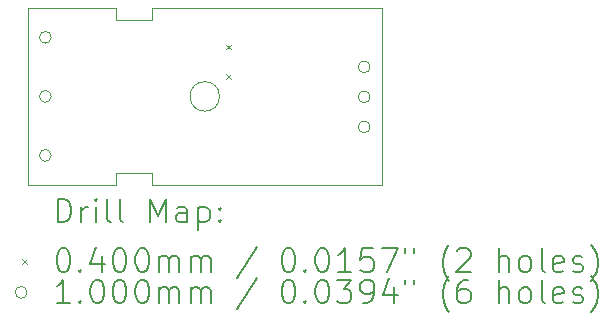
<source format=gbr>
%TF.GenerationSoftware,KiCad,Pcbnew,7.0.5*%
%TF.CreationDate,2024-03-05T22:02:39-06:00*%
%TF.ProjectId,GATE,47415445-2e6b-4696-9361-645f70636258,rev?*%
%TF.SameCoordinates,Original*%
%TF.FileFunction,Drillmap*%
%TF.FilePolarity,Positive*%
%FSLAX45Y45*%
G04 Gerber Fmt 4.5, Leading zero omitted, Abs format (unit mm)*
G04 Created by KiCad (PCBNEW 7.0.5) date 2024-03-05 22:02:39*
%MOMM*%
%LPD*%
G01*
G04 APERTURE LIST*
%ADD10C,0.100000*%
%ADD11C,0.200000*%
%ADD12C,0.040000*%
G04 APERTURE END LIST*
D10*
X14750000Y-8100000D02*
X15050000Y-8100000D01*
X15050000Y-8000000D01*
X17000000Y-8000000D01*
X17000000Y-9500000D01*
X15050000Y-9500000D01*
X15050000Y-9400000D01*
X14750000Y-9400000D01*
X14750000Y-9500000D01*
X14000000Y-9500000D01*
X14000000Y-8000000D01*
X14750000Y-8000000D01*
X14750000Y-8100000D01*
X15625000Y-8750000D02*
G75*
G03*
X15625000Y-8750000I-125000J0D01*
G01*
D11*
D12*
X15680000Y-8312000D02*
X15720000Y-8352000D01*
X15720000Y-8312000D02*
X15680000Y-8352000D01*
X15680000Y-8560000D02*
X15720000Y-8600000D01*
X15720000Y-8560000D02*
X15680000Y-8600000D01*
D10*
X14200000Y-8250000D02*
G75*
G03*
X14200000Y-8250000I-50000J0D01*
G01*
X14200000Y-8750000D02*
G75*
G03*
X14200000Y-8750000I-50000J0D01*
G01*
X14200000Y-9250000D02*
G75*
G03*
X14200000Y-9250000I-50000J0D01*
G01*
X16900000Y-8500000D02*
G75*
G03*
X16900000Y-8500000I-50000J0D01*
G01*
X16900000Y-8754000D02*
G75*
G03*
X16900000Y-8754000I-50000J0D01*
G01*
X16900000Y-9008000D02*
G75*
G03*
X16900000Y-9008000I-50000J0D01*
G01*
D11*
X14255777Y-9816484D02*
X14255777Y-9616484D01*
X14255777Y-9616484D02*
X14303396Y-9616484D01*
X14303396Y-9616484D02*
X14331967Y-9626008D01*
X14331967Y-9626008D02*
X14351015Y-9645055D01*
X14351015Y-9645055D02*
X14360539Y-9664103D01*
X14360539Y-9664103D02*
X14370062Y-9702198D01*
X14370062Y-9702198D02*
X14370062Y-9730770D01*
X14370062Y-9730770D02*
X14360539Y-9768865D01*
X14360539Y-9768865D02*
X14351015Y-9787912D01*
X14351015Y-9787912D02*
X14331967Y-9806960D01*
X14331967Y-9806960D02*
X14303396Y-9816484D01*
X14303396Y-9816484D02*
X14255777Y-9816484D01*
X14455777Y-9816484D02*
X14455777Y-9683150D01*
X14455777Y-9721246D02*
X14465301Y-9702198D01*
X14465301Y-9702198D02*
X14474824Y-9692674D01*
X14474824Y-9692674D02*
X14493872Y-9683150D01*
X14493872Y-9683150D02*
X14512920Y-9683150D01*
X14579586Y-9816484D02*
X14579586Y-9683150D01*
X14579586Y-9616484D02*
X14570062Y-9626008D01*
X14570062Y-9626008D02*
X14579586Y-9635531D01*
X14579586Y-9635531D02*
X14589110Y-9626008D01*
X14589110Y-9626008D02*
X14579586Y-9616484D01*
X14579586Y-9616484D02*
X14579586Y-9635531D01*
X14703396Y-9816484D02*
X14684348Y-9806960D01*
X14684348Y-9806960D02*
X14674824Y-9787912D01*
X14674824Y-9787912D02*
X14674824Y-9616484D01*
X14808158Y-9816484D02*
X14789110Y-9806960D01*
X14789110Y-9806960D02*
X14779586Y-9787912D01*
X14779586Y-9787912D02*
X14779586Y-9616484D01*
X15036729Y-9816484D02*
X15036729Y-9616484D01*
X15036729Y-9616484D02*
X15103396Y-9759341D01*
X15103396Y-9759341D02*
X15170062Y-9616484D01*
X15170062Y-9616484D02*
X15170062Y-9816484D01*
X15351015Y-9816484D02*
X15351015Y-9711722D01*
X15351015Y-9711722D02*
X15341491Y-9692674D01*
X15341491Y-9692674D02*
X15322443Y-9683150D01*
X15322443Y-9683150D02*
X15284348Y-9683150D01*
X15284348Y-9683150D02*
X15265301Y-9692674D01*
X15351015Y-9806960D02*
X15331967Y-9816484D01*
X15331967Y-9816484D02*
X15284348Y-9816484D01*
X15284348Y-9816484D02*
X15265301Y-9806960D01*
X15265301Y-9806960D02*
X15255777Y-9787912D01*
X15255777Y-9787912D02*
X15255777Y-9768865D01*
X15255777Y-9768865D02*
X15265301Y-9749817D01*
X15265301Y-9749817D02*
X15284348Y-9740293D01*
X15284348Y-9740293D02*
X15331967Y-9740293D01*
X15331967Y-9740293D02*
X15351015Y-9730770D01*
X15446253Y-9683150D02*
X15446253Y-9883150D01*
X15446253Y-9692674D02*
X15465301Y-9683150D01*
X15465301Y-9683150D02*
X15503396Y-9683150D01*
X15503396Y-9683150D02*
X15522443Y-9692674D01*
X15522443Y-9692674D02*
X15531967Y-9702198D01*
X15531967Y-9702198D02*
X15541491Y-9721246D01*
X15541491Y-9721246D02*
X15541491Y-9778389D01*
X15541491Y-9778389D02*
X15531967Y-9797436D01*
X15531967Y-9797436D02*
X15522443Y-9806960D01*
X15522443Y-9806960D02*
X15503396Y-9816484D01*
X15503396Y-9816484D02*
X15465301Y-9816484D01*
X15465301Y-9816484D02*
X15446253Y-9806960D01*
X15627205Y-9797436D02*
X15636729Y-9806960D01*
X15636729Y-9806960D02*
X15627205Y-9816484D01*
X15627205Y-9816484D02*
X15617682Y-9806960D01*
X15617682Y-9806960D02*
X15627205Y-9797436D01*
X15627205Y-9797436D02*
X15627205Y-9816484D01*
X15627205Y-9692674D02*
X15636729Y-9702198D01*
X15636729Y-9702198D02*
X15627205Y-9711722D01*
X15627205Y-9711722D02*
X15617682Y-9702198D01*
X15617682Y-9702198D02*
X15627205Y-9692674D01*
X15627205Y-9692674D02*
X15627205Y-9711722D01*
D12*
X13955000Y-10125000D02*
X13995000Y-10165000D01*
X13995000Y-10125000D02*
X13955000Y-10165000D01*
D11*
X14293872Y-10036484D02*
X14312920Y-10036484D01*
X14312920Y-10036484D02*
X14331967Y-10046008D01*
X14331967Y-10046008D02*
X14341491Y-10055531D01*
X14341491Y-10055531D02*
X14351015Y-10074579D01*
X14351015Y-10074579D02*
X14360539Y-10112674D01*
X14360539Y-10112674D02*
X14360539Y-10160293D01*
X14360539Y-10160293D02*
X14351015Y-10198389D01*
X14351015Y-10198389D02*
X14341491Y-10217436D01*
X14341491Y-10217436D02*
X14331967Y-10226960D01*
X14331967Y-10226960D02*
X14312920Y-10236484D01*
X14312920Y-10236484D02*
X14293872Y-10236484D01*
X14293872Y-10236484D02*
X14274824Y-10226960D01*
X14274824Y-10226960D02*
X14265301Y-10217436D01*
X14265301Y-10217436D02*
X14255777Y-10198389D01*
X14255777Y-10198389D02*
X14246253Y-10160293D01*
X14246253Y-10160293D02*
X14246253Y-10112674D01*
X14246253Y-10112674D02*
X14255777Y-10074579D01*
X14255777Y-10074579D02*
X14265301Y-10055531D01*
X14265301Y-10055531D02*
X14274824Y-10046008D01*
X14274824Y-10046008D02*
X14293872Y-10036484D01*
X14446253Y-10217436D02*
X14455777Y-10226960D01*
X14455777Y-10226960D02*
X14446253Y-10236484D01*
X14446253Y-10236484D02*
X14436729Y-10226960D01*
X14436729Y-10226960D02*
X14446253Y-10217436D01*
X14446253Y-10217436D02*
X14446253Y-10236484D01*
X14627205Y-10103150D02*
X14627205Y-10236484D01*
X14579586Y-10026960D02*
X14531967Y-10169817D01*
X14531967Y-10169817D02*
X14655777Y-10169817D01*
X14770062Y-10036484D02*
X14789110Y-10036484D01*
X14789110Y-10036484D02*
X14808158Y-10046008D01*
X14808158Y-10046008D02*
X14817682Y-10055531D01*
X14817682Y-10055531D02*
X14827205Y-10074579D01*
X14827205Y-10074579D02*
X14836729Y-10112674D01*
X14836729Y-10112674D02*
X14836729Y-10160293D01*
X14836729Y-10160293D02*
X14827205Y-10198389D01*
X14827205Y-10198389D02*
X14817682Y-10217436D01*
X14817682Y-10217436D02*
X14808158Y-10226960D01*
X14808158Y-10226960D02*
X14789110Y-10236484D01*
X14789110Y-10236484D02*
X14770062Y-10236484D01*
X14770062Y-10236484D02*
X14751015Y-10226960D01*
X14751015Y-10226960D02*
X14741491Y-10217436D01*
X14741491Y-10217436D02*
X14731967Y-10198389D01*
X14731967Y-10198389D02*
X14722443Y-10160293D01*
X14722443Y-10160293D02*
X14722443Y-10112674D01*
X14722443Y-10112674D02*
X14731967Y-10074579D01*
X14731967Y-10074579D02*
X14741491Y-10055531D01*
X14741491Y-10055531D02*
X14751015Y-10046008D01*
X14751015Y-10046008D02*
X14770062Y-10036484D01*
X14960539Y-10036484D02*
X14979586Y-10036484D01*
X14979586Y-10036484D02*
X14998634Y-10046008D01*
X14998634Y-10046008D02*
X15008158Y-10055531D01*
X15008158Y-10055531D02*
X15017682Y-10074579D01*
X15017682Y-10074579D02*
X15027205Y-10112674D01*
X15027205Y-10112674D02*
X15027205Y-10160293D01*
X15027205Y-10160293D02*
X15017682Y-10198389D01*
X15017682Y-10198389D02*
X15008158Y-10217436D01*
X15008158Y-10217436D02*
X14998634Y-10226960D01*
X14998634Y-10226960D02*
X14979586Y-10236484D01*
X14979586Y-10236484D02*
X14960539Y-10236484D01*
X14960539Y-10236484D02*
X14941491Y-10226960D01*
X14941491Y-10226960D02*
X14931967Y-10217436D01*
X14931967Y-10217436D02*
X14922443Y-10198389D01*
X14922443Y-10198389D02*
X14912920Y-10160293D01*
X14912920Y-10160293D02*
X14912920Y-10112674D01*
X14912920Y-10112674D02*
X14922443Y-10074579D01*
X14922443Y-10074579D02*
X14931967Y-10055531D01*
X14931967Y-10055531D02*
X14941491Y-10046008D01*
X14941491Y-10046008D02*
X14960539Y-10036484D01*
X15112920Y-10236484D02*
X15112920Y-10103150D01*
X15112920Y-10122198D02*
X15122443Y-10112674D01*
X15122443Y-10112674D02*
X15141491Y-10103150D01*
X15141491Y-10103150D02*
X15170063Y-10103150D01*
X15170063Y-10103150D02*
X15189110Y-10112674D01*
X15189110Y-10112674D02*
X15198634Y-10131722D01*
X15198634Y-10131722D02*
X15198634Y-10236484D01*
X15198634Y-10131722D02*
X15208158Y-10112674D01*
X15208158Y-10112674D02*
X15227205Y-10103150D01*
X15227205Y-10103150D02*
X15255777Y-10103150D01*
X15255777Y-10103150D02*
X15274824Y-10112674D01*
X15274824Y-10112674D02*
X15284348Y-10131722D01*
X15284348Y-10131722D02*
X15284348Y-10236484D01*
X15379586Y-10236484D02*
X15379586Y-10103150D01*
X15379586Y-10122198D02*
X15389110Y-10112674D01*
X15389110Y-10112674D02*
X15408158Y-10103150D01*
X15408158Y-10103150D02*
X15436729Y-10103150D01*
X15436729Y-10103150D02*
X15455777Y-10112674D01*
X15455777Y-10112674D02*
X15465301Y-10131722D01*
X15465301Y-10131722D02*
X15465301Y-10236484D01*
X15465301Y-10131722D02*
X15474824Y-10112674D01*
X15474824Y-10112674D02*
X15493872Y-10103150D01*
X15493872Y-10103150D02*
X15522443Y-10103150D01*
X15522443Y-10103150D02*
X15541491Y-10112674D01*
X15541491Y-10112674D02*
X15551015Y-10131722D01*
X15551015Y-10131722D02*
X15551015Y-10236484D01*
X15941491Y-10026960D02*
X15770063Y-10284103D01*
X16198634Y-10036484D02*
X16217682Y-10036484D01*
X16217682Y-10036484D02*
X16236729Y-10046008D01*
X16236729Y-10046008D02*
X16246253Y-10055531D01*
X16246253Y-10055531D02*
X16255777Y-10074579D01*
X16255777Y-10074579D02*
X16265301Y-10112674D01*
X16265301Y-10112674D02*
X16265301Y-10160293D01*
X16265301Y-10160293D02*
X16255777Y-10198389D01*
X16255777Y-10198389D02*
X16246253Y-10217436D01*
X16246253Y-10217436D02*
X16236729Y-10226960D01*
X16236729Y-10226960D02*
X16217682Y-10236484D01*
X16217682Y-10236484D02*
X16198634Y-10236484D01*
X16198634Y-10236484D02*
X16179586Y-10226960D01*
X16179586Y-10226960D02*
X16170063Y-10217436D01*
X16170063Y-10217436D02*
X16160539Y-10198389D01*
X16160539Y-10198389D02*
X16151015Y-10160293D01*
X16151015Y-10160293D02*
X16151015Y-10112674D01*
X16151015Y-10112674D02*
X16160539Y-10074579D01*
X16160539Y-10074579D02*
X16170063Y-10055531D01*
X16170063Y-10055531D02*
X16179586Y-10046008D01*
X16179586Y-10046008D02*
X16198634Y-10036484D01*
X16351015Y-10217436D02*
X16360539Y-10226960D01*
X16360539Y-10226960D02*
X16351015Y-10236484D01*
X16351015Y-10236484D02*
X16341491Y-10226960D01*
X16341491Y-10226960D02*
X16351015Y-10217436D01*
X16351015Y-10217436D02*
X16351015Y-10236484D01*
X16484348Y-10036484D02*
X16503396Y-10036484D01*
X16503396Y-10036484D02*
X16522444Y-10046008D01*
X16522444Y-10046008D02*
X16531967Y-10055531D01*
X16531967Y-10055531D02*
X16541491Y-10074579D01*
X16541491Y-10074579D02*
X16551015Y-10112674D01*
X16551015Y-10112674D02*
X16551015Y-10160293D01*
X16551015Y-10160293D02*
X16541491Y-10198389D01*
X16541491Y-10198389D02*
X16531967Y-10217436D01*
X16531967Y-10217436D02*
X16522444Y-10226960D01*
X16522444Y-10226960D02*
X16503396Y-10236484D01*
X16503396Y-10236484D02*
X16484348Y-10236484D01*
X16484348Y-10236484D02*
X16465301Y-10226960D01*
X16465301Y-10226960D02*
X16455777Y-10217436D01*
X16455777Y-10217436D02*
X16446253Y-10198389D01*
X16446253Y-10198389D02*
X16436729Y-10160293D01*
X16436729Y-10160293D02*
X16436729Y-10112674D01*
X16436729Y-10112674D02*
X16446253Y-10074579D01*
X16446253Y-10074579D02*
X16455777Y-10055531D01*
X16455777Y-10055531D02*
X16465301Y-10046008D01*
X16465301Y-10046008D02*
X16484348Y-10036484D01*
X16741491Y-10236484D02*
X16627206Y-10236484D01*
X16684348Y-10236484D02*
X16684348Y-10036484D01*
X16684348Y-10036484D02*
X16665301Y-10065055D01*
X16665301Y-10065055D02*
X16646253Y-10084103D01*
X16646253Y-10084103D02*
X16627206Y-10093627D01*
X16922444Y-10036484D02*
X16827206Y-10036484D01*
X16827206Y-10036484D02*
X16817682Y-10131722D01*
X16817682Y-10131722D02*
X16827206Y-10122198D01*
X16827206Y-10122198D02*
X16846253Y-10112674D01*
X16846253Y-10112674D02*
X16893872Y-10112674D01*
X16893872Y-10112674D02*
X16912920Y-10122198D01*
X16912920Y-10122198D02*
X16922444Y-10131722D01*
X16922444Y-10131722D02*
X16931968Y-10150770D01*
X16931968Y-10150770D02*
X16931968Y-10198389D01*
X16931968Y-10198389D02*
X16922444Y-10217436D01*
X16922444Y-10217436D02*
X16912920Y-10226960D01*
X16912920Y-10226960D02*
X16893872Y-10236484D01*
X16893872Y-10236484D02*
X16846253Y-10236484D01*
X16846253Y-10236484D02*
X16827206Y-10226960D01*
X16827206Y-10226960D02*
X16817682Y-10217436D01*
X16998634Y-10036484D02*
X17131968Y-10036484D01*
X17131968Y-10036484D02*
X17046253Y-10236484D01*
X17198634Y-10036484D02*
X17198634Y-10074579D01*
X17274825Y-10036484D02*
X17274825Y-10074579D01*
X17570063Y-10312674D02*
X17560539Y-10303150D01*
X17560539Y-10303150D02*
X17541491Y-10274579D01*
X17541491Y-10274579D02*
X17531968Y-10255531D01*
X17531968Y-10255531D02*
X17522444Y-10226960D01*
X17522444Y-10226960D02*
X17512920Y-10179341D01*
X17512920Y-10179341D02*
X17512920Y-10141246D01*
X17512920Y-10141246D02*
X17522444Y-10093627D01*
X17522444Y-10093627D02*
X17531968Y-10065055D01*
X17531968Y-10065055D02*
X17541491Y-10046008D01*
X17541491Y-10046008D02*
X17560539Y-10017436D01*
X17560539Y-10017436D02*
X17570063Y-10007912D01*
X17636730Y-10055531D02*
X17646253Y-10046008D01*
X17646253Y-10046008D02*
X17665301Y-10036484D01*
X17665301Y-10036484D02*
X17712920Y-10036484D01*
X17712920Y-10036484D02*
X17731968Y-10046008D01*
X17731968Y-10046008D02*
X17741491Y-10055531D01*
X17741491Y-10055531D02*
X17751015Y-10074579D01*
X17751015Y-10074579D02*
X17751015Y-10093627D01*
X17751015Y-10093627D02*
X17741491Y-10122198D01*
X17741491Y-10122198D02*
X17627206Y-10236484D01*
X17627206Y-10236484D02*
X17751015Y-10236484D01*
X17989111Y-10236484D02*
X17989111Y-10036484D01*
X18074825Y-10236484D02*
X18074825Y-10131722D01*
X18074825Y-10131722D02*
X18065301Y-10112674D01*
X18065301Y-10112674D02*
X18046253Y-10103150D01*
X18046253Y-10103150D02*
X18017682Y-10103150D01*
X18017682Y-10103150D02*
X17998634Y-10112674D01*
X17998634Y-10112674D02*
X17989111Y-10122198D01*
X18198634Y-10236484D02*
X18179587Y-10226960D01*
X18179587Y-10226960D02*
X18170063Y-10217436D01*
X18170063Y-10217436D02*
X18160539Y-10198389D01*
X18160539Y-10198389D02*
X18160539Y-10141246D01*
X18160539Y-10141246D02*
X18170063Y-10122198D01*
X18170063Y-10122198D02*
X18179587Y-10112674D01*
X18179587Y-10112674D02*
X18198634Y-10103150D01*
X18198634Y-10103150D02*
X18227206Y-10103150D01*
X18227206Y-10103150D02*
X18246253Y-10112674D01*
X18246253Y-10112674D02*
X18255777Y-10122198D01*
X18255777Y-10122198D02*
X18265301Y-10141246D01*
X18265301Y-10141246D02*
X18265301Y-10198389D01*
X18265301Y-10198389D02*
X18255777Y-10217436D01*
X18255777Y-10217436D02*
X18246253Y-10226960D01*
X18246253Y-10226960D02*
X18227206Y-10236484D01*
X18227206Y-10236484D02*
X18198634Y-10236484D01*
X18379587Y-10236484D02*
X18360539Y-10226960D01*
X18360539Y-10226960D02*
X18351015Y-10207912D01*
X18351015Y-10207912D02*
X18351015Y-10036484D01*
X18531968Y-10226960D02*
X18512920Y-10236484D01*
X18512920Y-10236484D02*
X18474825Y-10236484D01*
X18474825Y-10236484D02*
X18455777Y-10226960D01*
X18455777Y-10226960D02*
X18446253Y-10207912D01*
X18446253Y-10207912D02*
X18446253Y-10131722D01*
X18446253Y-10131722D02*
X18455777Y-10112674D01*
X18455777Y-10112674D02*
X18474825Y-10103150D01*
X18474825Y-10103150D02*
X18512920Y-10103150D01*
X18512920Y-10103150D02*
X18531968Y-10112674D01*
X18531968Y-10112674D02*
X18541492Y-10131722D01*
X18541492Y-10131722D02*
X18541492Y-10150770D01*
X18541492Y-10150770D02*
X18446253Y-10169817D01*
X18617682Y-10226960D02*
X18636730Y-10236484D01*
X18636730Y-10236484D02*
X18674825Y-10236484D01*
X18674825Y-10236484D02*
X18693873Y-10226960D01*
X18693873Y-10226960D02*
X18703396Y-10207912D01*
X18703396Y-10207912D02*
X18703396Y-10198389D01*
X18703396Y-10198389D02*
X18693873Y-10179341D01*
X18693873Y-10179341D02*
X18674825Y-10169817D01*
X18674825Y-10169817D02*
X18646253Y-10169817D01*
X18646253Y-10169817D02*
X18627206Y-10160293D01*
X18627206Y-10160293D02*
X18617682Y-10141246D01*
X18617682Y-10141246D02*
X18617682Y-10131722D01*
X18617682Y-10131722D02*
X18627206Y-10112674D01*
X18627206Y-10112674D02*
X18646253Y-10103150D01*
X18646253Y-10103150D02*
X18674825Y-10103150D01*
X18674825Y-10103150D02*
X18693873Y-10112674D01*
X18770063Y-10312674D02*
X18779587Y-10303150D01*
X18779587Y-10303150D02*
X18798634Y-10274579D01*
X18798634Y-10274579D02*
X18808158Y-10255531D01*
X18808158Y-10255531D02*
X18817682Y-10226960D01*
X18817682Y-10226960D02*
X18827206Y-10179341D01*
X18827206Y-10179341D02*
X18827206Y-10141246D01*
X18827206Y-10141246D02*
X18817682Y-10093627D01*
X18817682Y-10093627D02*
X18808158Y-10065055D01*
X18808158Y-10065055D02*
X18798634Y-10046008D01*
X18798634Y-10046008D02*
X18779587Y-10017436D01*
X18779587Y-10017436D02*
X18770063Y-10007912D01*
D10*
X13995000Y-10409000D02*
G75*
G03*
X13995000Y-10409000I-50000J0D01*
G01*
D11*
X14360539Y-10500484D02*
X14246253Y-10500484D01*
X14303396Y-10500484D02*
X14303396Y-10300484D01*
X14303396Y-10300484D02*
X14284348Y-10329055D01*
X14284348Y-10329055D02*
X14265301Y-10348103D01*
X14265301Y-10348103D02*
X14246253Y-10357627D01*
X14446253Y-10481436D02*
X14455777Y-10490960D01*
X14455777Y-10490960D02*
X14446253Y-10500484D01*
X14446253Y-10500484D02*
X14436729Y-10490960D01*
X14436729Y-10490960D02*
X14446253Y-10481436D01*
X14446253Y-10481436D02*
X14446253Y-10500484D01*
X14579586Y-10300484D02*
X14598634Y-10300484D01*
X14598634Y-10300484D02*
X14617682Y-10310008D01*
X14617682Y-10310008D02*
X14627205Y-10319531D01*
X14627205Y-10319531D02*
X14636729Y-10338579D01*
X14636729Y-10338579D02*
X14646253Y-10376674D01*
X14646253Y-10376674D02*
X14646253Y-10424293D01*
X14646253Y-10424293D02*
X14636729Y-10462389D01*
X14636729Y-10462389D02*
X14627205Y-10481436D01*
X14627205Y-10481436D02*
X14617682Y-10490960D01*
X14617682Y-10490960D02*
X14598634Y-10500484D01*
X14598634Y-10500484D02*
X14579586Y-10500484D01*
X14579586Y-10500484D02*
X14560539Y-10490960D01*
X14560539Y-10490960D02*
X14551015Y-10481436D01*
X14551015Y-10481436D02*
X14541491Y-10462389D01*
X14541491Y-10462389D02*
X14531967Y-10424293D01*
X14531967Y-10424293D02*
X14531967Y-10376674D01*
X14531967Y-10376674D02*
X14541491Y-10338579D01*
X14541491Y-10338579D02*
X14551015Y-10319531D01*
X14551015Y-10319531D02*
X14560539Y-10310008D01*
X14560539Y-10310008D02*
X14579586Y-10300484D01*
X14770062Y-10300484D02*
X14789110Y-10300484D01*
X14789110Y-10300484D02*
X14808158Y-10310008D01*
X14808158Y-10310008D02*
X14817682Y-10319531D01*
X14817682Y-10319531D02*
X14827205Y-10338579D01*
X14827205Y-10338579D02*
X14836729Y-10376674D01*
X14836729Y-10376674D02*
X14836729Y-10424293D01*
X14836729Y-10424293D02*
X14827205Y-10462389D01*
X14827205Y-10462389D02*
X14817682Y-10481436D01*
X14817682Y-10481436D02*
X14808158Y-10490960D01*
X14808158Y-10490960D02*
X14789110Y-10500484D01*
X14789110Y-10500484D02*
X14770062Y-10500484D01*
X14770062Y-10500484D02*
X14751015Y-10490960D01*
X14751015Y-10490960D02*
X14741491Y-10481436D01*
X14741491Y-10481436D02*
X14731967Y-10462389D01*
X14731967Y-10462389D02*
X14722443Y-10424293D01*
X14722443Y-10424293D02*
X14722443Y-10376674D01*
X14722443Y-10376674D02*
X14731967Y-10338579D01*
X14731967Y-10338579D02*
X14741491Y-10319531D01*
X14741491Y-10319531D02*
X14751015Y-10310008D01*
X14751015Y-10310008D02*
X14770062Y-10300484D01*
X14960539Y-10300484D02*
X14979586Y-10300484D01*
X14979586Y-10300484D02*
X14998634Y-10310008D01*
X14998634Y-10310008D02*
X15008158Y-10319531D01*
X15008158Y-10319531D02*
X15017682Y-10338579D01*
X15017682Y-10338579D02*
X15027205Y-10376674D01*
X15027205Y-10376674D02*
X15027205Y-10424293D01*
X15027205Y-10424293D02*
X15017682Y-10462389D01*
X15017682Y-10462389D02*
X15008158Y-10481436D01*
X15008158Y-10481436D02*
X14998634Y-10490960D01*
X14998634Y-10490960D02*
X14979586Y-10500484D01*
X14979586Y-10500484D02*
X14960539Y-10500484D01*
X14960539Y-10500484D02*
X14941491Y-10490960D01*
X14941491Y-10490960D02*
X14931967Y-10481436D01*
X14931967Y-10481436D02*
X14922443Y-10462389D01*
X14922443Y-10462389D02*
X14912920Y-10424293D01*
X14912920Y-10424293D02*
X14912920Y-10376674D01*
X14912920Y-10376674D02*
X14922443Y-10338579D01*
X14922443Y-10338579D02*
X14931967Y-10319531D01*
X14931967Y-10319531D02*
X14941491Y-10310008D01*
X14941491Y-10310008D02*
X14960539Y-10300484D01*
X15112920Y-10500484D02*
X15112920Y-10367150D01*
X15112920Y-10386198D02*
X15122443Y-10376674D01*
X15122443Y-10376674D02*
X15141491Y-10367150D01*
X15141491Y-10367150D02*
X15170063Y-10367150D01*
X15170063Y-10367150D02*
X15189110Y-10376674D01*
X15189110Y-10376674D02*
X15198634Y-10395722D01*
X15198634Y-10395722D02*
X15198634Y-10500484D01*
X15198634Y-10395722D02*
X15208158Y-10376674D01*
X15208158Y-10376674D02*
X15227205Y-10367150D01*
X15227205Y-10367150D02*
X15255777Y-10367150D01*
X15255777Y-10367150D02*
X15274824Y-10376674D01*
X15274824Y-10376674D02*
X15284348Y-10395722D01*
X15284348Y-10395722D02*
X15284348Y-10500484D01*
X15379586Y-10500484D02*
X15379586Y-10367150D01*
X15379586Y-10386198D02*
X15389110Y-10376674D01*
X15389110Y-10376674D02*
X15408158Y-10367150D01*
X15408158Y-10367150D02*
X15436729Y-10367150D01*
X15436729Y-10367150D02*
X15455777Y-10376674D01*
X15455777Y-10376674D02*
X15465301Y-10395722D01*
X15465301Y-10395722D02*
X15465301Y-10500484D01*
X15465301Y-10395722D02*
X15474824Y-10376674D01*
X15474824Y-10376674D02*
X15493872Y-10367150D01*
X15493872Y-10367150D02*
X15522443Y-10367150D01*
X15522443Y-10367150D02*
X15541491Y-10376674D01*
X15541491Y-10376674D02*
X15551015Y-10395722D01*
X15551015Y-10395722D02*
X15551015Y-10500484D01*
X15941491Y-10290960D02*
X15770063Y-10548103D01*
X16198634Y-10300484D02*
X16217682Y-10300484D01*
X16217682Y-10300484D02*
X16236729Y-10310008D01*
X16236729Y-10310008D02*
X16246253Y-10319531D01*
X16246253Y-10319531D02*
X16255777Y-10338579D01*
X16255777Y-10338579D02*
X16265301Y-10376674D01*
X16265301Y-10376674D02*
X16265301Y-10424293D01*
X16265301Y-10424293D02*
X16255777Y-10462389D01*
X16255777Y-10462389D02*
X16246253Y-10481436D01*
X16246253Y-10481436D02*
X16236729Y-10490960D01*
X16236729Y-10490960D02*
X16217682Y-10500484D01*
X16217682Y-10500484D02*
X16198634Y-10500484D01*
X16198634Y-10500484D02*
X16179586Y-10490960D01*
X16179586Y-10490960D02*
X16170063Y-10481436D01*
X16170063Y-10481436D02*
X16160539Y-10462389D01*
X16160539Y-10462389D02*
X16151015Y-10424293D01*
X16151015Y-10424293D02*
X16151015Y-10376674D01*
X16151015Y-10376674D02*
X16160539Y-10338579D01*
X16160539Y-10338579D02*
X16170063Y-10319531D01*
X16170063Y-10319531D02*
X16179586Y-10310008D01*
X16179586Y-10310008D02*
X16198634Y-10300484D01*
X16351015Y-10481436D02*
X16360539Y-10490960D01*
X16360539Y-10490960D02*
X16351015Y-10500484D01*
X16351015Y-10500484D02*
X16341491Y-10490960D01*
X16341491Y-10490960D02*
X16351015Y-10481436D01*
X16351015Y-10481436D02*
X16351015Y-10500484D01*
X16484348Y-10300484D02*
X16503396Y-10300484D01*
X16503396Y-10300484D02*
X16522444Y-10310008D01*
X16522444Y-10310008D02*
X16531967Y-10319531D01*
X16531967Y-10319531D02*
X16541491Y-10338579D01*
X16541491Y-10338579D02*
X16551015Y-10376674D01*
X16551015Y-10376674D02*
X16551015Y-10424293D01*
X16551015Y-10424293D02*
X16541491Y-10462389D01*
X16541491Y-10462389D02*
X16531967Y-10481436D01*
X16531967Y-10481436D02*
X16522444Y-10490960D01*
X16522444Y-10490960D02*
X16503396Y-10500484D01*
X16503396Y-10500484D02*
X16484348Y-10500484D01*
X16484348Y-10500484D02*
X16465301Y-10490960D01*
X16465301Y-10490960D02*
X16455777Y-10481436D01*
X16455777Y-10481436D02*
X16446253Y-10462389D01*
X16446253Y-10462389D02*
X16436729Y-10424293D01*
X16436729Y-10424293D02*
X16436729Y-10376674D01*
X16436729Y-10376674D02*
X16446253Y-10338579D01*
X16446253Y-10338579D02*
X16455777Y-10319531D01*
X16455777Y-10319531D02*
X16465301Y-10310008D01*
X16465301Y-10310008D02*
X16484348Y-10300484D01*
X16617682Y-10300484D02*
X16741491Y-10300484D01*
X16741491Y-10300484D02*
X16674825Y-10376674D01*
X16674825Y-10376674D02*
X16703396Y-10376674D01*
X16703396Y-10376674D02*
X16722444Y-10386198D01*
X16722444Y-10386198D02*
X16731967Y-10395722D01*
X16731967Y-10395722D02*
X16741491Y-10414770D01*
X16741491Y-10414770D02*
X16741491Y-10462389D01*
X16741491Y-10462389D02*
X16731967Y-10481436D01*
X16731967Y-10481436D02*
X16722444Y-10490960D01*
X16722444Y-10490960D02*
X16703396Y-10500484D01*
X16703396Y-10500484D02*
X16646253Y-10500484D01*
X16646253Y-10500484D02*
X16627206Y-10490960D01*
X16627206Y-10490960D02*
X16617682Y-10481436D01*
X16836729Y-10500484D02*
X16874825Y-10500484D01*
X16874825Y-10500484D02*
X16893872Y-10490960D01*
X16893872Y-10490960D02*
X16903396Y-10481436D01*
X16903396Y-10481436D02*
X16922444Y-10452865D01*
X16922444Y-10452865D02*
X16931968Y-10414770D01*
X16931968Y-10414770D02*
X16931968Y-10338579D01*
X16931968Y-10338579D02*
X16922444Y-10319531D01*
X16922444Y-10319531D02*
X16912920Y-10310008D01*
X16912920Y-10310008D02*
X16893872Y-10300484D01*
X16893872Y-10300484D02*
X16855777Y-10300484D01*
X16855777Y-10300484D02*
X16836729Y-10310008D01*
X16836729Y-10310008D02*
X16827206Y-10319531D01*
X16827206Y-10319531D02*
X16817682Y-10338579D01*
X16817682Y-10338579D02*
X16817682Y-10386198D01*
X16817682Y-10386198D02*
X16827206Y-10405246D01*
X16827206Y-10405246D02*
X16836729Y-10414770D01*
X16836729Y-10414770D02*
X16855777Y-10424293D01*
X16855777Y-10424293D02*
X16893872Y-10424293D01*
X16893872Y-10424293D02*
X16912920Y-10414770D01*
X16912920Y-10414770D02*
X16922444Y-10405246D01*
X16922444Y-10405246D02*
X16931968Y-10386198D01*
X17103396Y-10367150D02*
X17103396Y-10500484D01*
X17055777Y-10290960D02*
X17008158Y-10433817D01*
X17008158Y-10433817D02*
X17131968Y-10433817D01*
X17198634Y-10300484D02*
X17198634Y-10338579D01*
X17274825Y-10300484D02*
X17274825Y-10338579D01*
X17570063Y-10576674D02*
X17560539Y-10567150D01*
X17560539Y-10567150D02*
X17541491Y-10538579D01*
X17541491Y-10538579D02*
X17531968Y-10519531D01*
X17531968Y-10519531D02*
X17522444Y-10490960D01*
X17522444Y-10490960D02*
X17512920Y-10443341D01*
X17512920Y-10443341D02*
X17512920Y-10405246D01*
X17512920Y-10405246D02*
X17522444Y-10357627D01*
X17522444Y-10357627D02*
X17531968Y-10329055D01*
X17531968Y-10329055D02*
X17541491Y-10310008D01*
X17541491Y-10310008D02*
X17560539Y-10281436D01*
X17560539Y-10281436D02*
X17570063Y-10271912D01*
X17731968Y-10300484D02*
X17693872Y-10300484D01*
X17693872Y-10300484D02*
X17674825Y-10310008D01*
X17674825Y-10310008D02*
X17665301Y-10319531D01*
X17665301Y-10319531D02*
X17646253Y-10348103D01*
X17646253Y-10348103D02*
X17636730Y-10386198D01*
X17636730Y-10386198D02*
X17636730Y-10462389D01*
X17636730Y-10462389D02*
X17646253Y-10481436D01*
X17646253Y-10481436D02*
X17655777Y-10490960D01*
X17655777Y-10490960D02*
X17674825Y-10500484D01*
X17674825Y-10500484D02*
X17712920Y-10500484D01*
X17712920Y-10500484D02*
X17731968Y-10490960D01*
X17731968Y-10490960D02*
X17741491Y-10481436D01*
X17741491Y-10481436D02*
X17751015Y-10462389D01*
X17751015Y-10462389D02*
X17751015Y-10414770D01*
X17751015Y-10414770D02*
X17741491Y-10395722D01*
X17741491Y-10395722D02*
X17731968Y-10386198D01*
X17731968Y-10386198D02*
X17712920Y-10376674D01*
X17712920Y-10376674D02*
X17674825Y-10376674D01*
X17674825Y-10376674D02*
X17655777Y-10386198D01*
X17655777Y-10386198D02*
X17646253Y-10395722D01*
X17646253Y-10395722D02*
X17636730Y-10414770D01*
X17989111Y-10500484D02*
X17989111Y-10300484D01*
X18074825Y-10500484D02*
X18074825Y-10395722D01*
X18074825Y-10395722D02*
X18065301Y-10376674D01*
X18065301Y-10376674D02*
X18046253Y-10367150D01*
X18046253Y-10367150D02*
X18017682Y-10367150D01*
X18017682Y-10367150D02*
X17998634Y-10376674D01*
X17998634Y-10376674D02*
X17989111Y-10386198D01*
X18198634Y-10500484D02*
X18179587Y-10490960D01*
X18179587Y-10490960D02*
X18170063Y-10481436D01*
X18170063Y-10481436D02*
X18160539Y-10462389D01*
X18160539Y-10462389D02*
X18160539Y-10405246D01*
X18160539Y-10405246D02*
X18170063Y-10386198D01*
X18170063Y-10386198D02*
X18179587Y-10376674D01*
X18179587Y-10376674D02*
X18198634Y-10367150D01*
X18198634Y-10367150D02*
X18227206Y-10367150D01*
X18227206Y-10367150D02*
X18246253Y-10376674D01*
X18246253Y-10376674D02*
X18255777Y-10386198D01*
X18255777Y-10386198D02*
X18265301Y-10405246D01*
X18265301Y-10405246D02*
X18265301Y-10462389D01*
X18265301Y-10462389D02*
X18255777Y-10481436D01*
X18255777Y-10481436D02*
X18246253Y-10490960D01*
X18246253Y-10490960D02*
X18227206Y-10500484D01*
X18227206Y-10500484D02*
X18198634Y-10500484D01*
X18379587Y-10500484D02*
X18360539Y-10490960D01*
X18360539Y-10490960D02*
X18351015Y-10471912D01*
X18351015Y-10471912D02*
X18351015Y-10300484D01*
X18531968Y-10490960D02*
X18512920Y-10500484D01*
X18512920Y-10500484D02*
X18474825Y-10500484D01*
X18474825Y-10500484D02*
X18455777Y-10490960D01*
X18455777Y-10490960D02*
X18446253Y-10471912D01*
X18446253Y-10471912D02*
X18446253Y-10395722D01*
X18446253Y-10395722D02*
X18455777Y-10376674D01*
X18455777Y-10376674D02*
X18474825Y-10367150D01*
X18474825Y-10367150D02*
X18512920Y-10367150D01*
X18512920Y-10367150D02*
X18531968Y-10376674D01*
X18531968Y-10376674D02*
X18541492Y-10395722D01*
X18541492Y-10395722D02*
X18541492Y-10414770D01*
X18541492Y-10414770D02*
X18446253Y-10433817D01*
X18617682Y-10490960D02*
X18636730Y-10500484D01*
X18636730Y-10500484D02*
X18674825Y-10500484D01*
X18674825Y-10500484D02*
X18693873Y-10490960D01*
X18693873Y-10490960D02*
X18703396Y-10471912D01*
X18703396Y-10471912D02*
X18703396Y-10462389D01*
X18703396Y-10462389D02*
X18693873Y-10443341D01*
X18693873Y-10443341D02*
X18674825Y-10433817D01*
X18674825Y-10433817D02*
X18646253Y-10433817D01*
X18646253Y-10433817D02*
X18627206Y-10424293D01*
X18627206Y-10424293D02*
X18617682Y-10405246D01*
X18617682Y-10405246D02*
X18617682Y-10395722D01*
X18617682Y-10395722D02*
X18627206Y-10376674D01*
X18627206Y-10376674D02*
X18646253Y-10367150D01*
X18646253Y-10367150D02*
X18674825Y-10367150D01*
X18674825Y-10367150D02*
X18693873Y-10376674D01*
X18770063Y-10576674D02*
X18779587Y-10567150D01*
X18779587Y-10567150D02*
X18798634Y-10538579D01*
X18798634Y-10538579D02*
X18808158Y-10519531D01*
X18808158Y-10519531D02*
X18817682Y-10490960D01*
X18817682Y-10490960D02*
X18827206Y-10443341D01*
X18827206Y-10443341D02*
X18827206Y-10405246D01*
X18827206Y-10405246D02*
X18817682Y-10357627D01*
X18817682Y-10357627D02*
X18808158Y-10329055D01*
X18808158Y-10329055D02*
X18798634Y-10310008D01*
X18798634Y-10310008D02*
X18779587Y-10281436D01*
X18779587Y-10281436D02*
X18770063Y-10271912D01*
M02*

</source>
